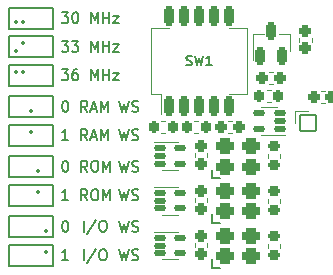
<source format=gto>
G04 #@! TF.GenerationSoftware,KiCad,Pcbnew,8.0.5*
G04 #@! TF.CreationDate,2024-10-22T05:21:46-04:00*
G04 #@! TF.ProjectId,WarpSE-Overclocking-Board,57617270-5345-42d4-9f76-6572636c6f63,1.0*
G04 #@! TF.SameCoordinates,Original*
G04 #@! TF.FileFunction,Legend,Top*
G04 #@! TF.FilePolarity,Positive*
%FSLAX46Y46*%
G04 Gerber Fmt 4.6, Leading zero omitted, Abs format (unit mm)*
G04 Created by KiCad (PCBNEW 8.0.5) date 2024-10-22 05:21:46*
%MOMM*%
%LPD*%
G01*
G04 APERTURE LIST*
G04 Aperture macros list*
%AMRoundRect*
0 Rectangle with rounded corners*
0 $1 Rounding radius*
0 $2 $3 $4 $5 $6 $7 $8 $9 X,Y pos of 4 corners*
0 Add a 4 corners polygon primitive as box body*
4,1,4,$2,$3,$4,$5,$6,$7,$8,$9,$2,$3,0*
0 Add four circle primitives for the rounded corners*
1,1,$1+$1,$2,$3*
1,1,$1+$1,$4,$5*
1,1,$1+$1,$6,$7*
1,1,$1+$1,$8,$9*
0 Add four rect primitives between the rounded corners*
20,1,$1+$1,$2,$3,$4,$5,0*
20,1,$1+$1,$4,$5,$6,$7,0*
20,1,$1+$1,$6,$7,$8,$9,0*
20,1,$1+$1,$8,$9,$2,$3,0*%
G04 Aperture macros list end*
%ADD10C,0.203200*%
%ADD11C,0.350000*%
%ADD12C,0.120000*%
%ADD13C,0.152400*%
%ADD14RoundRect,0.200000X-0.200000X-0.325000X0.200000X-0.325000X0.200000X0.325000X-0.200000X0.325000X0*%
%ADD15RoundRect,0.225000X0.225000X-0.500000X0.225000X0.500000X-0.225000X0.500000X-0.225000X-0.500000X0*%
%ADD16RoundRect,0.076200X-0.675000X-0.675000X0.675000X-0.675000X0.675000X0.675000X-0.675000X0.675000X0*%
%ADD17O,1.502400X1.502400*%
%ADD18RoundRect,0.120000X0.420000X0.120000X-0.420000X0.120000X-0.420000X-0.120000X0.420000X-0.120000X0*%
%ADD19RoundRect,0.325000X-0.425000X-0.325000X0.425000X-0.325000X0.425000X0.325000X-0.425000X0.325000X0*%
%ADD20RoundRect,0.215000X0.215000X-0.597000X0.215000X0.597000X-0.215000X0.597000X-0.215000X-0.597000X0*%
%ADD21RoundRect,0.237500X-0.287500X0.237500X-0.287500X-0.237500X0.287500X-0.237500X0.287500X0.237500X0*%
%ADD22RoundRect,0.237500X0.237500X0.287500X-0.237500X0.287500X-0.237500X-0.287500X0.237500X-0.287500X0*%
%ADD23RoundRect,0.120000X-0.420000X-0.120000X0.420000X-0.120000X0.420000X0.120000X-0.420000X0.120000X0*%
%ADD24RoundRect,0.200000X-0.325000X0.200000X-0.325000X-0.200000X0.325000X-0.200000X0.325000X0.200000X0*%
%ADD25C,1.448000*%
G04 APERTURE END LIST*
D10*
X78359000Y-128651000D02*
X78359000Y-126873000D01*
X82042000Y-106807000D02*
X78359000Y-106807000D01*
D11*
X81470400Y-125666500D02*
X81470500Y-125666500D01*
D10*
X82042000Y-119380000D02*
X78359000Y-119380000D01*
X78359000Y-128651000D02*
X82042000Y-128651000D01*
X78359000Y-118491000D02*
X82042000Y-118491000D01*
X78359000Y-118491000D02*
X78359000Y-116713000D01*
X82042000Y-128651000D02*
X82042000Y-126873000D01*
X78359000Y-121158000D02*
X78359000Y-119380000D01*
X82042000Y-108585000D02*
X82042000Y-106807000D01*
X78359000Y-108585000D02*
X78359000Y-106807000D01*
X82042000Y-116078000D02*
X82042000Y-114300000D01*
X82042000Y-126873000D02*
X78359000Y-126873000D01*
D11*
X80835400Y-120586500D02*
X80835500Y-120586500D01*
X78930400Y-112204500D02*
X78930500Y-112204500D01*
X79565400Y-112204500D02*
X79565500Y-112204500D01*
D10*
X78359000Y-126238000D02*
X82042000Y-126238000D01*
D11*
X78930400Y-110426500D02*
X78930500Y-110426500D01*
D10*
X82042000Y-114300000D02*
X78359000Y-114300000D01*
X82042000Y-110998000D02*
X82042000Y-109220000D01*
X78359000Y-110998000D02*
X82042000Y-110998000D01*
D11*
X79565400Y-108013500D02*
X79565500Y-108013500D01*
D10*
X78359000Y-116078000D02*
X82042000Y-116078000D01*
D11*
X79565400Y-109791500D02*
X79565500Y-109791500D01*
D10*
X78359000Y-110998000D02*
X78359000Y-109220000D01*
X78359000Y-116078000D02*
X78359000Y-114300000D01*
X82042000Y-124460000D02*
X78359000Y-124460000D01*
X82042000Y-118491000D02*
X82042000Y-116713000D01*
D11*
X78930400Y-108013500D02*
X78930500Y-108013500D01*
D10*
X82042000Y-109220000D02*
X78359000Y-109220000D01*
X78359000Y-121158000D02*
X82042000Y-121158000D01*
D11*
X81470400Y-127444500D02*
X81470500Y-127444500D01*
D10*
X82042000Y-121793000D02*
X78359000Y-121793000D01*
D11*
X80200400Y-115506500D02*
X80200500Y-115506500D01*
D10*
X82042000Y-111633000D02*
X78359000Y-111633000D01*
X78359000Y-113411000D02*
X82042000Y-113411000D01*
X78359000Y-113411000D02*
X78359000Y-111633000D01*
X78359000Y-126238000D02*
X78359000Y-124460000D01*
X82042000Y-123571000D02*
X82042000Y-121793000D01*
X82042000Y-121158000D02*
X82042000Y-119380000D01*
X78359000Y-123571000D02*
X82042000Y-123571000D01*
X78359000Y-123571000D02*
X78359000Y-121793000D01*
D11*
X80835400Y-122364500D02*
X80835500Y-122364500D01*
X80200400Y-117284500D02*
X80200500Y-117284500D01*
D10*
X82042000Y-126238000D02*
X82042000Y-124460000D01*
X78359000Y-108585000D02*
X82042000Y-108585000D01*
X82042000Y-113411000D02*
X82042000Y-111633000D01*
X82042000Y-116713000D02*
X78359000Y-116713000D01*
X87701755Y-117107790D02*
X87916041Y-118007790D01*
X87916041Y-118007790D02*
X88087469Y-117364933D01*
X88087469Y-117364933D02*
X88258898Y-118007790D01*
X88258898Y-118007790D02*
X88473184Y-117107790D01*
X88773183Y-117964933D02*
X88901755Y-118007790D01*
X88901755Y-118007790D02*
X89116040Y-118007790D01*
X89116040Y-118007790D02*
X89201755Y-117964933D01*
X89201755Y-117964933D02*
X89244612Y-117922075D01*
X89244612Y-117922075D02*
X89287469Y-117836361D01*
X89287469Y-117836361D02*
X89287469Y-117750647D01*
X89287469Y-117750647D02*
X89244612Y-117664933D01*
X89244612Y-117664933D02*
X89201755Y-117622075D01*
X89201755Y-117622075D02*
X89116040Y-117579218D01*
X89116040Y-117579218D02*
X88944612Y-117536361D01*
X88944612Y-117536361D02*
X88858897Y-117493504D01*
X88858897Y-117493504D02*
X88816040Y-117450647D01*
X88816040Y-117450647D02*
X88773183Y-117364933D01*
X88773183Y-117364933D02*
X88773183Y-117279218D01*
X88773183Y-117279218D02*
X88816040Y-117193504D01*
X88816040Y-117193504D02*
X88858897Y-117150647D01*
X88858897Y-117150647D02*
X88944612Y-117107790D01*
X88944612Y-117107790D02*
X89158897Y-117107790D01*
X89158897Y-117107790D02*
X89287469Y-117150647D01*
X83369398Y-128167790D02*
X82855112Y-128167790D01*
X83112255Y-128167790D02*
X83112255Y-127267790D01*
X83112255Y-127267790D02*
X83026541Y-127396361D01*
X83026541Y-127396361D02*
X82940826Y-127482075D01*
X82940826Y-127482075D02*
X82855112Y-127524933D01*
X82812255Y-112027790D02*
X83369398Y-112027790D01*
X83369398Y-112027790D02*
X83069398Y-112370647D01*
X83069398Y-112370647D02*
X83197969Y-112370647D01*
X83197969Y-112370647D02*
X83283684Y-112413504D01*
X83283684Y-112413504D02*
X83326541Y-112456361D01*
X83326541Y-112456361D02*
X83369398Y-112542075D01*
X83369398Y-112542075D02*
X83369398Y-112756361D01*
X83369398Y-112756361D02*
X83326541Y-112842075D01*
X83326541Y-112842075D02*
X83283684Y-112884933D01*
X83283684Y-112884933D02*
X83197969Y-112927790D01*
X83197969Y-112927790D02*
X82940826Y-112927790D01*
X82940826Y-112927790D02*
X82855112Y-112884933D01*
X82855112Y-112884933D02*
X82812255Y-112842075D01*
X84140827Y-112027790D02*
X83969398Y-112027790D01*
X83969398Y-112027790D02*
X83883684Y-112070647D01*
X83883684Y-112070647D02*
X83840827Y-112113504D01*
X83840827Y-112113504D02*
X83755112Y-112242075D01*
X83755112Y-112242075D02*
X83712255Y-112413504D01*
X83712255Y-112413504D02*
X83712255Y-112756361D01*
X83712255Y-112756361D02*
X83755112Y-112842075D01*
X83755112Y-112842075D02*
X83797969Y-112884933D01*
X83797969Y-112884933D02*
X83883684Y-112927790D01*
X83883684Y-112927790D02*
X84055112Y-112927790D01*
X84055112Y-112927790D02*
X84140827Y-112884933D01*
X84140827Y-112884933D02*
X84183684Y-112842075D01*
X84183684Y-112842075D02*
X84226541Y-112756361D01*
X84226541Y-112756361D02*
X84226541Y-112542075D01*
X84226541Y-112542075D02*
X84183684Y-112456361D01*
X84183684Y-112456361D02*
X84140827Y-112413504D01*
X84140827Y-112413504D02*
X84055112Y-112370647D01*
X84055112Y-112370647D02*
X83883684Y-112370647D01*
X83883684Y-112370647D02*
X83797969Y-112413504D01*
X83797969Y-112413504D02*
X83755112Y-112456361D01*
X83755112Y-112456361D02*
X83712255Y-112542075D01*
X85297969Y-112927790D02*
X85297969Y-112027790D01*
X85297969Y-112027790D02*
X85597969Y-112670647D01*
X85597969Y-112670647D02*
X85897969Y-112027790D01*
X85897969Y-112027790D02*
X85897969Y-112927790D01*
X86326540Y-112927790D02*
X86326540Y-112027790D01*
X86326540Y-112456361D02*
X86840826Y-112456361D01*
X86840826Y-112927790D02*
X86840826Y-112027790D01*
X87183683Y-112327790D02*
X87655112Y-112327790D01*
X87655112Y-112327790D02*
X87183683Y-112927790D01*
X87183683Y-112927790D02*
X87655112Y-112927790D01*
X83369398Y-118007790D02*
X82855112Y-118007790D01*
X83112255Y-118007790D02*
X83112255Y-117107790D01*
X83112255Y-117107790D02*
X83026541Y-117236361D01*
X83026541Y-117236361D02*
X82940826Y-117322075D01*
X82940826Y-117322075D02*
X82855112Y-117364933D01*
X84955112Y-118007790D02*
X84655112Y-117579218D01*
X84440826Y-118007790D02*
X84440826Y-117107790D01*
X84440826Y-117107790D02*
X84783683Y-117107790D01*
X84783683Y-117107790D02*
X84869398Y-117150647D01*
X84869398Y-117150647D02*
X84912255Y-117193504D01*
X84912255Y-117193504D02*
X84955112Y-117279218D01*
X84955112Y-117279218D02*
X84955112Y-117407790D01*
X84955112Y-117407790D02*
X84912255Y-117493504D01*
X84912255Y-117493504D02*
X84869398Y-117536361D01*
X84869398Y-117536361D02*
X84783683Y-117579218D01*
X84783683Y-117579218D02*
X84440826Y-117579218D01*
X85297969Y-117750647D02*
X85726541Y-117750647D01*
X85212255Y-118007790D02*
X85512255Y-117107790D01*
X85512255Y-117107790D02*
X85812255Y-118007790D01*
X86112255Y-118007790D02*
X86112255Y-117107790D01*
X86112255Y-117107790D02*
X86412255Y-117750647D01*
X86412255Y-117750647D02*
X86712255Y-117107790D01*
X86712255Y-117107790D02*
X86712255Y-118007790D01*
X82812255Y-109614790D02*
X83369398Y-109614790D01*
X83369398Y-109614790D02*
X83069398Y-109957647D01*
X83069398Y-109957647D02*
X83197969Y-109957647D01*
X83197969Y-109957647D02*
X83283684Y-110000504D01*
X83283684Y-110000504D02*
X83326541Y-110043361D01*
X83326541Y-110043361D02*
X83369398Y-110129075D01*
X83369398Y-110129075D02*
X83369398Y-110343361D01*
X83369398Y-110343361D02*
X83326541Y-110429075D01*
X83326541Y-110429075D02*
X83283684Y-110471933D01*
X83283684Y-110471933D02*
X83197969Y-110514790D01*
X83197969Y-110514790D02*
X82940826Y-110514790D01*
X82940826Y-110514790D02*
X82855112Y-110471933D01*
X82855112Y-110471933D02*
X82812255Y-110429075D01*
X83669398Y-109614790D02*
X84226541Y-109614790D01*
X84226541Y-109614790D02*
X83926541Y-109957647D01*
X83926541Y-109957647D02*
X84055112Y-109957647D01*
X84055112Y-109957647D02*
X84140827Y-110000504D01*
X84140827Y-110000504D02*
X84183684Y-110043361D01*
X84183684Y-110043361D02*
X84226541Y-110129075D01*
X84226541Y-110129075D02*
X84226541Y-110343361D01*
X84226541Y-110343361D02*
X84183684Y-110429075D01*
X84183684Y-110429075D02*
X84140827Y-110471933D01*
X84140827Y-110471933D02*
X84055112Y-110514790D01*
X84055112Y-110514790D02*
X83797969Y-110514790D01*
X83797969Y-110514790D02*
X83712255Y-110471933D01*
X83712255Y-110471933D02*
X83669398Y-110429075D01*
X85297969Y-110514790D02*
X85297969Y-109614790D01*
X85297969Y-109614790D02*
X85597969Y-110257647D01*
X85597969Y-110257647D02*
X85897969Y-109614790D01*
X85897969Y-109614790D02*
X85897969Y-110514790D01*
X86326540Y-110514790D02*
X86326540Y-109614790D01*
X86326540Y-110043361D02*
X86840826Y-110043361D01*
X86840826Y-110514790D02*
X86840826Y-109614790D01*
X87183683Y-109914790D02*
X87655112Y-109914790D01*
X87655112Y-109914790D02*
X87183683Y-110514790D01*
X87183683Y-110514790D02*
X87655112Y-110514790D01*
X83069398Y-124854790D02*
X83155112Y-124854790D01*
X83155112Y-124854790D02*
X83240826Y-124897647D01*
X83240826Y-124897647D02*
X83283684Y-124940504D01*
X83283684Y-124940504D02*
X83326541Y-125026218D01*
X83326541Y-125026218D02*
X83369398Y-125197647D01*
X83369398Y-125197647D02*
X83369398Y-125411933D01*
X83369398Y-125411933D02*
X83326541Y-125583361D01*
X83326541Y-125583361D02*
X83283684Y-125669075D01*
X83283684Y-125669075D02*
X83240826Y-125711933D01*
X83240826Y-125711933D02*
X83155112Y-125754790D01*
X83155112Y-125754790D02*
X83069398Y-125754790D01*
X83069398Y-125754790D02*
X82983684Y-125711933D01*
X82983684Y-125711933D02*
X82940826Y-125669075D01*
X82940826Y-125669075D02*
X82897969Y-125583361D01*
X82897969Y-125583361D02*
X82855112Y-125411933D01*
X82855112Y-125411933D02*
X82855112Y-125197647D01*
X82855112Y-125197647D02*
X82897969Y-125026218D01*
X82897969Y-125026218D02*
X82940826Y-124940504D01*
X82940826Y-124940504D02*
X82983684Y-124897647D01*
X82983684Y-124897647D02*
X83069398Y-124854790D01*
X84675969Y-125754790D02*
X84675969Y-124854790D01*
X85747397Y-124811933D02*
X84975969Y-125969075D01*
X86218826Y-124854790D02*
X86390254Y-124854790D01*
X86390254Y-124854790D02*
X86475969Y-124897647D01*
X86475969Y-124897647D02*
X86561683Y-124983361D01*
X86561683Y-124983361D02*
X86604540Y-125154790D01*
X86604540Y-125154790D02*
X86604540Y-125454790D01*
X86604540Y-125454790D02*
X86561683Y-125626218D01*
X86561683Y-125626218D02*
X86475969Y-125711933D01*
X86475969Y-125711933D02*
X86390254Y-125754790D01*
X86390254Y-125754790D02*
X86218826Y-125754790D01*
X86218826Y-125754790D02*
X86133112Y-125711933D01*
X86133112Y-125711933D02*
X86047397Y-125626218D01*
X86047397Y-125626218D02*
X86004540Y-125454790D01*
X86004540Y-125454790D02*
X86004540Y-125154790D01*
X86004540Y-125154790D02*
X86047397Y-124983361D01*
X86047397Y-124983361D02*
X86133112Y-124897647D01*
X86133112Y-124897647D02*
X86218826Y-124854790D01*
X87701755Y-124854790D02*
X87916041Y-125754790D01*
X87916041Y-125754790D02*
X88087469Y-125111933D01*
X88087469Y-125111933D02*
X88258898Y-125754790D01*
X88258898Y-125754790D02*
X88473184Y-124854790D01*
X88773183Y-125711933D02*
X88901755Y-125754790D01*
X88901755Y-125754790D02*
X89116040Y-125754790D01*
X89116040Y-125754790D02*
X89201755Y-125711933D01*
X89201755Y-125711933D02*
X89244612Y-125669075D01*
X89244612Y-125669075D02*
X89287469Y-125583361D01*
X89287469Y-125583361D02*
X89287469Y-125497647D01*
X89287469Y-125497647D02*
X89244612Y-125411933D01*
X89244612Y-125411933D02*
X89201755Y-125369075D01*
X89201755Y-125369075D02*
X89116040Y-125326218D01*
X89116040Y-125326218D02*
X88944612Y-125283361D01*
X88944612Y-125283361D02*
X88858897Y-125240504D01*
X88858897Y-125240504D02*
X88816040Y-125197647D01*
X88816040Y-125197647D02*
X88773183Y-125111933D01*
X88773183Y-125111933D02*
X88773183Y-125026218D01*
X88773183Y-125026218D02*
X88816040Y-124940504D01*
X88816040Y-124940504D02*
X88858897Y-124897647D01*
X88858897Y-124897647D02*
X88944612Y-124854790D01*
X88944612Y-124854790D02*
X89158897Y-124854790D01*
X89158897Y-124854790D02*
X89287469Y-124897647D01*
X83069398Y-119774790D02*
X83155112Y-119774790D01*
X83155112Y-119774790D02*
X83240826Y-119817647D01*
X83240826Y-119817647D02*
X83283684Y-119860504D01*
X83283684Y-119860504D02*
X83326541Y-119946218D01*
X83326541Y-119946218D02*
X83369398Y-120117647D01*
X83369398Y-120117647D02*
X83369398Y-120331933D01*
X83369398Y-120331933D02*
X83326541Y-120503361D01*
X83326541Y-120503361D02*
X83283684Y-120589075D01*
X83283684Y-120589075D02*
X83240826Y-120631933D01*
X83240826Y-120631933D02*
X83155112Y-120674790D01*
X83155112Y-120674790D02*
X83069398Y-120674790D01*
X83069398Y-120674790D02*
X82983684Y-120631933D01*
X82983684Y-120631933D02*
X82940826Y-120589075D01*
X82940826Y-120589075D02*
X82897969Y-120503361D01*
X82897969Y-120503361D02*
X82855112Y-120331933D01*
X82855112Y-120331933D02*
X82855112Y-120117647D01*
X82855112Y-120117647D02*
X82897969Y-119946218D01*
X82897969Y-119946218D02*
X82940826Y-119860504D01*
X82940826Y-119860504D02*
X82983684Y-119817647D01*
X82983684Y-119817647D02*
X83069398Y-119774790D01*
X84955112Y-120674790D02*
X84655112Y-120246218D01*
X84440826Y-120674790D02*
X84440826Y-119774790D01*
X84440826Y-119774790D02*
X84783683Y-119774790D01*
X84783683Y-119774790D02*
X84869398Y-119817647D01*
X84869398Y-119817647D02*
X84912255Y-119860504D01*
X84912255Y-119860504D02*
X84955112Y-119946218D01*
X84955112Y-119946218D02*
X84955112Y-120074790D01*
X84955112Y-120074790D02*
X84912255Y-120160504D01*
X84912255Y-120160504D02*
X84869398Y-120203361D01*
X84869398Y-120203361D02*
X84783683Y-120246218D01*
X84783683Y-120246218D02*
X84440826Y-120246218D01*
X85512255Y-119774790D02*
X85683683Y-119774790D01*
X85683683Y-119774790D02*
X85769398Y-119817647D01*
X85769398Y-119817647D02*
X85855112Y-119903361D01*
X85855112Y-119903361D02*
X85897969Y-120074790D01*
X85897969Y-120074790D02*
X85897969Y-120374790D01*
X85897969Y-120374790D02*
X85855112Y-120546218D01*
X85855112Y-120546218D02*
X85769398Y-120631933D01*
X85769398Y-120631933D02*
X85683683Y-120674790D01*
X85683683Y-120674790D02*
X85512255Y-120674790D01*
X85512255Y-120674790D02*
X85426541Y-120631933D01*
X85426541Y-120631933D02*
X85340826Y-120546218D01*
X85340826Y-120546218D02*
X85297969Y-120374790D01*
X85297969Y-120374790D02*
X85297969Y-120074790D01*
X85297969Y-120074790D02*
X85340826Y-119903361D01*
X85340826Y-119903361D02*
X85426541Y-119817647D01*
X85426541Y-119817647D02*
X85512255Y-119774790D01*
X86283683Y-120674790D02*
X86283683Y-119774790D01*
X86283683Y-119774790D02*
X86583683Y-120417647D01*
X86583683Y-120417647D02*
X86883683Y-119774790D01*
X86883683Y-119774790D02*
X86883683Y-120674790D01*
X82812255Y-107201790D02*
X83369398Y-107201790D01*
X83369398Y-107201790D02*
X83069398Y-107544647D01*
X83069398Y-107544647D02*
X83197969Y-107544647D01*
X83197969Y-107544647D02*
X83283684Y-107587504D01*
X83283684Y-107587504D02*
X83326541Y-107630361D01*
X83326541Y-107630361D02*
X83369398Y-107716075D01*
X83369398Y-107716075D02*
X83369398Y-107930361D01*
X83369398Y-107930361D02*
X83326541Y-108016075D01*
X83326541Y-108016075D02*
X83283684Y-108058933D01*
X83283684Y-108058933D02*
X83197969Y-108101790D01*
X83197969Y-108101790D02*
X82940826Y-108101790D01*
X82940826Y-108101790D02*
X82855112Y-108058933D01*
X82855112Y-108058933D02*
X82812255Y-108016075D01*
X83926541Y-107201790D02*
X84012255Y-107201790D01*
X84012255Y-107201790D02*
X84097969Y-107244647D01*
X84097969Y-107244647D02*
X84140827Y-107287504D01*
X84140827Y-107287504D02*
X84183684Y-107373218D01*
X84183684Y-107373218D02*
X84226541Y-107544647D01*
X84226541Y-107544647D02*
X84226541Y-107758933D01*
X84226541Y-107758933D02*
X84183684Y-107930361D01*
X84183684Y-107930361D02*
X84140827Y-108016075D01*
X84140827Y-108016075D02*
X84097969Y-108058933D01*
X84097969Y-108058933D02*
X84012255Y-108101790D01*
X84012255Y-108101790D02*
X83926541Y-108101790D01*
X83926541Y-108101790D02*
X83840827Y-108058933D01*
X83840827Y-108058933D02*
X83797969Y-108016075D01*
X83797969Y-108016075D02*
X83755112Y-107930361D01*
X83755112Y-107930361D02*
X83712255Y-107758933D01*
X83712255Y-107758933D02*
X83712255Y-107544647D01*
X83712255Y-107544647D02*
X83755112Y-107373218D01*
X83755112Y-107373218D02*
X83797969Y-107287504D01*
X83797969Y-107287504D02*
X83840827Y-107244647D01*
X83840827Y-107244647D02*
X83926541Y-107201790D01*
X85297969Y-108101790D02*
X85297969Y-107201790D01*
X85297969Y-107201790D02*
X85597969Y-107844647D01*
X85597969Y-107844647D02*
X85897969Y-107201790D01*
X85897969Y-107201790D02*
X85897969Y-108101790D01*
X86326540Y-108101790D02*
X86326540Y-107201790D01*
X86326540Y-107630361D02*
X86840826Y-107630361D01*
X86840826Y-108101790D02*
X86840826Y-107201790D01*
X87183683Y-107501790D02*
X87655112Y-107501790D01*
X87655112Y-107501790D02*
X87183683Y-108101790D01*
X87183683Y-108101790D02*
X87655112Y-108101790D01*
X87701755Y-122187790D02*
X87916041Y-123087790D01*
X87916041Y-123087790D02*
X88087469Y-122444933D01*
X88087469Y-122444933D02*
X88258898Y-123087790D01*
X88258898Y-123087790D02*
X88473184Y-122187790D01*
X88773183Y-123044933D02*
X88901755Y-123087790D01*
X88901755Y-123087790D02*
X89116040Y-123087790D01*
X89116040Y-123087790D02*
X89201755Y-123044933D01*
X89201755Y-123044933D02*
X89244612Y-123002075D01*
X89244612Y-123002075D02*
X89287469Y-122916361D01*
X89287469Y-122916361D02*
X89287469Y-122830647D01*
X89287469Y-122830647D02*
X89244612Y-122744933D01*
X89244612Y-122744933D02*
X89201755Y-122702075D01*
X89201755Y-122702075D02*
X89116040Y-122659218D01*
X89116040Y-122659218D02*
X88944612Y-122616361D01*
X88944612Y-122616361D02*
X88858897Y-122573504D01*
X88858897Y-122573504D02*
X88816040Y-122530647D01*
X88816040Y-122530647D02*
X88773183Y-122444933D01*
X88773183Y-122444933D02*
X88773183Y-122359218D01*
X88773183Y-122359218D02*
X88816040Y-122273504D01*
X88816040Y-122273504D02*
X88858897Y-122230647D01*
X88858897Y-122230647D02*
X88944612Y-122187790D01*
X88944612Y-122187790D02*
X89158897Y-122187790D01*
X89158897Y-122187790D02*
X89287469Y-122230647D01*
X87701755Y-119774790D02*
X87916041Y-120674790D01*
X87916041Y-120674790D02*
X88087469Y-120031933D01*
X88087469Y-120031933D02*
X88258898Y-120674790D01*
X88258898Y-120674790D02*
X88473184Y-119774790D01*
X88773183Y-120631933D02*
X88901755Y-120674790D01*
X88901755Y-120674790D02*
X89116040Y-120674790D01*
X89116040Y-120674790D02*
X89201755Y-120631933D01*
X89201755Y-120631933D02*
X89244612Y-120589075D01*
X89244612Y-120589075D02*
X89287469Y-120503361D01*
X89287469Y-120503361D02*
X89287469Y-120417647D01*
X89287469Y-120417647D02*
X89244612Y-120331933D01*
X89244612Y-120331933D02*
X89201755Y-120289075D01*
X89201755Y-120289075D02*
X89116040Y-120246218D01*
X89116040Y-120246218D02*
X88944612Y-120203361D01*
X88944612Y-120203361D02*
X88858897Y-120160504D01*
X88858897Y-120160504D02*
X88816040Y-120117647D01*
X88816040Y-120117647D02*
X88773183Y-120031933D01*
X88773183Y-120031933D02*
X88773183Y-119946218D01*
X88773183Y-119946218D02*
X88816040Y-119860504D01*
X88816040Y-119860504D02*
X88858897Y-119817647D01*
X88858897Y-119817647D02*
X88944612Y-119774790D01*
X88944612Y-119774790D02*
X89158897Y-119774790D01*
X89158897Y-119774790D02*
X89287469Y-119817647D01*
X84675969Y-128167790D02*
X84675969Y-127267790D01*
X85747397Y-127224933D02*
X84975969Y-128382075D01*
X86218826Y-127267790D02*
X86390254Y-127267790D01*
X86390254Y-127267790D02*
X86475969Y-127310647D01*
X86475969Y-127310647D02*
X86561683Y-127396361D01*
X86561683Y-127396361D02*
X86604540Y-127567790D01*
X86604540Y-127567790D02*
X86604540Y-127867790D01*
X86604540Y-127867790D02*
X86561683Y-128039218D01*
X86561683Y-128039218D02*
X86475969Y-128124933D01*
X86475969Y-128124933D02*
X86390254Y-128167790D01*
X86390254Y-128167790D02*
X86218826Y-128167790D01*
X86218826Y-128167790D02*
X86133112Y-128124933D01*
X86133112Y-128124933D02*
X86047397Y-128039218D01*
X86047397Y-128039218D02*
X86004540Y-127867790D01*
X86004540Y-127867790D02*
X86004540Y-127567790D01*
X86004540Y-127567790D02*
X86047397Y-127396361D01*
X86047397Y-127396361D02*
X86133112Y-127310647D01*
X86133112Y-127310647D02*
X86218826Y-127267790D01*
X83369398Y-123087790D02*
X82855112Y-123087790D01*
X83112255Y-123087790D02*
X83112255Y-122187790D01*
X83112255Y-122187790D02*
X83026541Y-122316361D01*
X83026541Y-122316361D02*
X82940826Y-122402075D01*
X82940826Y-122402075D02*
X82855112Y-122444933D01*
X84955112Y-123087790D02*
X84655112Y-122659218D01*
X84440826Y-123087790D02*
X84440826Y-122187790D01*
X84440826Y-122187790D02*
X84783683Y-122187790D01*
X84783683Y-122187790D02*
X84869398Y-122230647D01*
X84869398Y-122230647D02*
X84912255Y-122273504D01*
X84912255Y-122273504D02*
X84955112Y-122359218D01*
X84955112Y-122359218D02*
X84955112Y-122487790D01*
X84955112Y-122487790D02*
X84912255Y-122573504D01*
X84912255Y-122573504D02*
X84869398Y-122616361D01*
X84869398Y-122616361D02*
X84783683Y-122659218D01*
X84783683Y-122659218D02*
X84440826Y-122659218D01*
X85512255Y-122187790D02*
X85683683Y-122187790D01*
X85683683Y-122187790D02*
X85769398Y-122230647D01*
X85769398Y-122230647D02*
X85855112Y-122316361D01*
X85855112Y-122316361D02*
X85897969Y-122487790D01*
X85897969Y-122487790D02*
X85897969Y-122787790D01*
X85897969Y-122787790D02*
X85855112Y-122959218D01*
X85855112Y-122959218D02*
X85769398Y-123044933D01*
X85769398Y-123044933D02*
X85683683Y-123087790D01*
X85683683Y-123087790D02*
X85512255Y-123087790D01*
X85512255Y-123087790D02*
X85426541Y-123044933D01*
X85426541Y-123044933D02*
X85340826Y-122959218D01*
X85340826Y-122959218D02*
X85297969Y-122787790D01*
X85297969Y-122787790D02*
X85297969Y-122487790D01*
X85297969Y-122487790D02*
X85340826Y-122316361D01*
X85340826Y-122316361D02*
X85426541Y-122230647D01*
X85426541Y-122230647D02*
X85512255Y-122187790D01*
X86283683Y-123087790D02*
X86283683Y-122187790D01*
X86283683Y-122187790D02*
X86583683Y-122830647D01*
X86583683Y-122830647D02*
X86883683Y-122187790D01*
X86883683Y-122187790D02*
X86883683Y-123087790D01*
X87701755Y-114694790D02*
X87916041Y-115594790D01*
X87916041Y-115594790D02*
X88087469Y-114951933D01*
X88087469Y-114951933D02*
X88258898Y-115594790D01*
X88258898Y-115594790D02*
X88473184Y-114694790D01*
X88773183Y-115551933D02*
X88901755Y-115594790D01*
X88901755Y-115594790D02*
X89116040Y-115594790D01*
X89116040Y-115594790D02*
X89201755Y-115551933D01*
X89201755Y-115551933D02*
X89244612Y-115509075D01*
X89244612Y-115509075D02*
X89287469Y-115423361D01*
X89287469Y-115423361D02*
X89287469Y-115337647D01*
X89287469Y-115337647D02*
X89244612Y-115251933D01*
X89244612Y-115251933D02*
X89201755Y-115209075D01*
X89201755Y-115209075D02*
X89116040Y-115166218D01*
X89116040Y-115166218D02*
X88944612Y-115123361D01*
X88944612Y-115123361D02*
X88858897Y-115080504D01*
X88858897Y-115080504D02*
X88816040Y-115037647D01*
X88816040Y-115037647D02*
X88773183Y-114951933D01*
X88773183Y-114951933D02*
X88773183Y-114866218D01*
X88773183Y-114866218D02*
X88816040Y-114780504D01*
X88816040Y-114780504D02*
X88858897Y-114737647D01*
X88858897Y-114737647D02*
X88944612Y-114694790D01*
X88944612Y-114694790D02*
X89158897Y-114694790D01*
X89158897Y-114694790D02*
X89287469Y-114737647D01*
X83069398Y-114694790D02*
X83155112Y-114694790D01*
X83155112Y-114694790D02*
X83240826Y-114737647D01*
X83240826Y-114737647D02*
X83283684Y-114780504D01*
X83283684Y-114780504D02*
X83326541Y-114866218D01*
X83326541Y-114866218D02*
X83369398Y-115037647D01*
X83369398Y-115037647D02*
X83369398Y-115251933D01*
X83369398Y-115251933D02*
X83326541Y-115423361D01*
X83326541Y-115423361D02*
X83283684Y-115509075D01*
X83283684Y-115509075D02*
X83240826Y-115551933D01*
X83240826Y-115551933D02*
X83155112Y-115594790D01*
X83155112Y-115594790D02*
X83069398Y-115594790D01*
X83069398Y-115594790D02*
X82983684Y-115551933D01*
X82983684Y-115551933D02*
X82940826Y-115509075D01*
X82940826Y-115509075D02*
X82897969Y-115423361D01*
X82897969Y-115423361D02*
X82855112Y-115251933D01*
X82855112Y-115251933D02*
X82855112Y-115037647D01*
X82855112Y-115037647D02*
X82897969Y-114866218D01*
X82897969Y-114866218D02*
X82940826Y-114780504D01*
X82940826Y-114780504D02*
X82983684Y-114737647D01*
X82983684Y-114737647D02*
X83069398Y-114694790D01*
X84955112Y-115594790D02*
X84655112Y-115166218D01*
X84440826Y-115594790D02*
X84440826Y-114694790D01*
X84440826Y-114694790D02*
X84783683Y-114694790D01*
X84783683Y-114694790D02*
X84869398Y-114737647D01*
X84869398Y-114737647D02*
X84912255Y-114780504D01*
X84912255Y-114780504D02*
X84955112Y-114866218D01*
X84955112Y-114866218D02*
X84955112Y-114994790D01*
X84955112Y-114994790D02*
X84912255Y-115080504D01*
X84912255Y-115080504D02*
X84869398Y-115123361D01*
X84869398Y-115123361D02*
X84783683Y-115166218D01*
X84783683Y-115166218D02*
X84440826Y-115166218D01*
X85297969Y-115337647D02*
X85726541Y-115337647D01*
X85212255Y-115594790D02*
X85512255Y-114694790D01*
X85512255Y-114694790D02*
X85812255Y-115594790D01*
X86112255Y-115594790D02*
X86112255Y-114694790D01*
X86112255Y-114694790D02*
X86412255Y-115337647D01*
X86412255Y-115337647D02*
X86712255Y-114694790D01*
X86712255Y-114694790D02*
X86712255Y-115594790D01*
X87701755Y-127267790D02*
X87916041Y-128167790D01*
X87916041Y-128167790D02*
X88087469Y-127524933D01*
X88087469Y-127524933D02*
X88258898Y-128167790D01*
X88258898Y-128167790D02*
X88473184Y-127267790D01*
X88773183Y-128124933D02*
X88901755Y-128167790D01*
X88901755Y-128167790D02*
X89116040Y-128167790D01*
X89116040Y-128167790D02*
X89201755Y-128124933D01*
X89201755Y-128124933D02*
X89244612Y-128082075D01*
X89244612Y-128082075D02*
X89287469Y-127996361D01*
X89287469Y-127996361D02*
X89287469Y-127910647D01*
X89287469Y-127910647D02*
X89244612Y-127824933D01*
X89244612Y-127824933D02*
X89201755Y-127782075D01*
X89201755Y-127782075D02*
X89116040Y-127739218D01*
X89116040Y-127739218D02*
X88944612Y-127696361D01*
X88944612Y-127696361D02*
X88858897Y-127653504D01*
X88858897Y-127653504D02*
X88816040Y-127610647D01*
X88816040Y-127610647D02*
X88773183Y-127524933D01*
X88773183Y-127524933D02*
X88773183Y-127439218D01*
X88773183Y-127439218D02*
X88816040Y-127353504D01*
X88816040Y-127353504D02*
X88858897Y-127310647D01*
X88858897Y-127310647D02*
X88944612Y-127267790D01*
X88944612Y-127267790D02*
X89158897Y-127267790D01*
X89158897Y-127267790D02*
X89287469Y-127310647D01*
X93340767Y-111642245D02*
X93456881Y-111680949D01*
X93456881Y-111680949D02*
X93650405Y-111680949D01*
X93650405Y-111680949D02*
X93727814Y-111642245D01*
X93727814Y-111642245D02*
X93766519Y-111603540D01*
X93766519Y-111603540D02*
X93805224Y-111526130D01*
X93805224Y-111526130D02*
X93805224Y-111448721D01*
X93805224Y-111448721D02*
X93766519Y-111371311D01*
X93766519Y-111371311D02*
X93727814Y-111332606D01*
X93727814Y-111332606D02*
X93650405Y-111293902D01*
X93650405Y-111293902D02*
X93495586Y-111255197D01*
X93495586Y-111255197D02*
X93418176Y-111216492D01*
X93418176Y-111216492D02*
X93379471Y-111177787D01*
X93379471Y-111177787D02*
X93340767Y-111100378D01*
X93340767Y-111100378D02*
X93340767Y-111022968D01*
X93340767Y-111022968D02*
X93379471Y-110945559D01*
X93379471Y-110945559D02*
X93418176Y-110906854D01*
X93418176Y-110906854D02*
X93495586Y-110868149D01*
X93495586Y-110868149D02*
X93689109Y-110868149D01*
X93689109Y-110868149D02*
X93805224Y-110906854D01*
X94076157Y-110868149D02*
X94269681Y-111680949D01*
X94269681Y-111680949D02*
X94424500Y-111100378D01*
X94424500Y-111100378D02*
X94579319Y-111680949D01*
X94579319Y-111680949D02*
X94772843Y-110868149D01*
X95508233Y-111680949D02*
X95043776Y-111680949D01*
X95276004Y-111680949D02*
X95276004Y-110868149D01*
X95276004Y-110868149D02*
X95198595Y-110984264D01*
X95198595Y-110984264D02*
X95121185Y-111061673D01*
X95121185Y-111061673D02*
X95043776Y-111100378D01*
D12*
X94037221Y-116390000D02*
X94362779Y-116390000D01*
X94037221Y-117410000D02*
X94362779Y-117410000D01*
X98970000Y-109040000D02*
X98970000Y-111200000D01*
X98970000Y-109040000D02*
X99900000Y-109040000D01*
X102130000Y-109040000D02*
X101200000Y-109040000D01*
X102130000Y-109040000D02*
X102130000Y-110500000D01*
X102590000Y-115540000D02*
X103650000Y-115540000D01*
X102590000Y-116600000D02*
X102590000Y-115540000D01*
X99670000Y-117560000D02*
X101700000Y-117560000D01*
X101080000Y-115240000D02*
X99670000Y-115240000D01*
D13*
X95550000Y-120500000D02*
X95550000Y-121200000D01*
X95550000Y-121200000D02*
X96250000Y-121200000D01*
X95550000Y-124300000D02*
X95550000Y-125000000D01*
X95550000Y-125000000D02*
X96250000Y-125000000D01*
D12*
X90388500Y-108555500D02*
X91884500Y-108555500D01*
X90388500Y-114075500D02*
X90388500Y-108555500D01*
X90388500Y-114075500D02*
X91204500Y-114075500D01*
X91204500Y-115761500D02*
X91204500Y-114075500D01*
X96964500Y-108555500D02*
X98459500Y-108555500D01*
X96964500Y-114075500D02*
X98459500Y-114075500D01*
X98459500Y-114075500D02*
X98459500Y-108555500D01*
X94090000Y-119137221D02*
X94090000Y-119462779D01*
X95110000Y-119137221D02*
X95110000Y-119462779D01*
D13*
X95550000Y-128100000D02*
X95550000Y-128800000D01*
X95550000Y-128800000D02*
X96250000Y-128800000D01*
D12*
X105062779Y-113890000D02*
X104737221Y-113890000D01*
X105062779Y-114910000D02*
X104737221Y-114910000D01*
X94090000Y-126737221D02*
X94090000Y-127062779D01*
X95110000Y-126737221D02*
X95110000Y-127062779D01*
X91270000Y-128110000D02*
X92680000Y-128110000D01*
X92680000Y-125790000D02*
X90650000Y-125790000D01*
X102940000Y-109337221D02*
X102940000Y-109662779D01*
X103960000Y-109337221D02*
X103960000Y-109662779D01*
X100290000Y-122987221D02*
X100290000Y-123312779D01*
X101310000Y-122987221D02*
X101310000Y-123312779D01*
X94090000Y-122937221D02*
X94090000Y-123262779D01*
X95110000Y-122937221D02*
X95110000Y-123262779D01*
X100290000Y-126787221D02*
X100290000Y-127112779D01*
X101310000Y-126787221D02*
X101310000Y-127112779D01*
X97212779Y-116390000D02*
X96887221Y-116390000D01*
X97212779Y-117410000D02*
X96887221Y-117410000D01*
X100290000Y-119187221D02*
X100290000Y-119512779D01*
X101310000Y-119187221D02*
X101310000Y-119512779D01*
X100712779Y-112240000D02*
X100387221Y-112240000D01*
X100712779Y-113260000D02*
X100387221Y-113260000D01*
X100187221Y-113740000D02*
X100512779Y-113740000D01*
X100187221Y-114760000D02*
X100512779Y-114760000D01*
X91237221Y-116390000D02*
X91562779Y-116390000D01*
X91237221Y-117410000D02*
X91562779Y-117410000D01*
X91270000Y-120510000D02*
X92680000Y-120510000D01*
X92680000Y-118190000D02*
X90650000Y-118190000D01*
X91270000Y-124310000D02*
X92680000Y-124310000D01*
X92680000Y-121990000D02*
X90650000Y-121990000D01*
%LPC*%
D14*
X93400000Y-116900000D03*
X95000000Y-116900000D03*
D15*
X99600000Y-110850000D03*
X101500000Y-110850000D03*
X100550000Y-108750000D03*
D16*
X103650000Y-116600000D03*
D17*
X105650000Y-116600000D03*
X103650000Y-118600000D03*
X105650000Y-118600000D03*
X103650000Y-120600000D03*
X105650000Y-120600000D03*
X103650000Y-122600000D03*
X105650000Y-122600000D03*
X103650000Y-124600000D03*
X105650000Y-124600000D03*
X103650000Y-126600000D03*
X105650000Y-126600000D03*
D18*
X101250000Y-117050000D03*
X101250000Y-116400000D03*
X101250000Y-115750000D03*
X99550000Y-115750000D03*
X99550000Y-117050000D03*
D19*
X96600000Y-120250000D03*
X98800000Y-120250000D03*
X98800000Y-118550000D03*
X96600000Y-118550000D03*
X96600000Y-124050000D03*
X98800000Y-124050000D03*
X98800000Y-122350000D03*
X96600000Y-122350000D03*
D20*
X91884500Y-115125500D03*
X93154500Y-115125500D03*
X94424500Y-115125500D03*
X95694500Y-115125500D03*
X96964500Y-115125500D03*
X96964500Y-107505500D03*
X95694500Y-107505500D03*
X94424500Y-107505500D03*
X93154500Y-107505500D03*
X91884500Y-107505500D03*
D21*
X94600000Y-118550000D03*
X94600000Y-120050000D03*
D19*
X96600000Y-127850000D03*
X98800000Y-127850000D03*
X98800000Y-126150000D03*
X96600000Y-126150000D03*
D22*
X105650000Y-114400000D03*
X104150000Y-114400000D03*
D21*
X94600000Y-126150000D03*
X94600000Y-127650000D03*
D23*
X91100000Y-126300000D03*
X91100000Y-126950000D03*
X91100000Y-127600000D03*
X92800000Y-127600000D03*
X92800000Y-126300000D03*
D21*
X103450000Y-108750000D03*
X103450000Y-110250000D03*
D24*
X100800000Y-122350000D03*
X100800000Y-123950000D03*
D21*
X94600000Y-122350000D03*
X94600000Y-123850000D03*
D24*
X100800000Y-126150000D03*
X100800000Y-127750000D03*
D22*
X97800000Y-116900000D03*
X96300000Y-116900000D03*
D24*
X100800000Y-118550000D03*
X100800000Y-120150000D03*
D25*
X76581000Y-107378500D03*
D22*
X101300000Y-112750000D03*
X99800000Y-112750000D03*
D14*
X99550000Y-114250000D03*
X101150000Y-114250000D03*
D25*
X76581000Y-128079500D03*
D14*
X90600000Y-116900000D03*
X92200000Y-116900000D03*
D25*
X107124500Y-107378500D03*
D23*
X91100000Y-118700000D03*
X91100000Y-119350000D03*
X91100000Y-120000000D03*
X92800000Y-120000000D03*
X92800000Y-118700000D03*
X91100000Y-122500000D03*
X91100000Y-123150000D03*
X91100000Y-123800000D03*
X92800000Y-123800000D03*
X92800000Y-122500000D03*
%LPD*%
M02*

</source>
